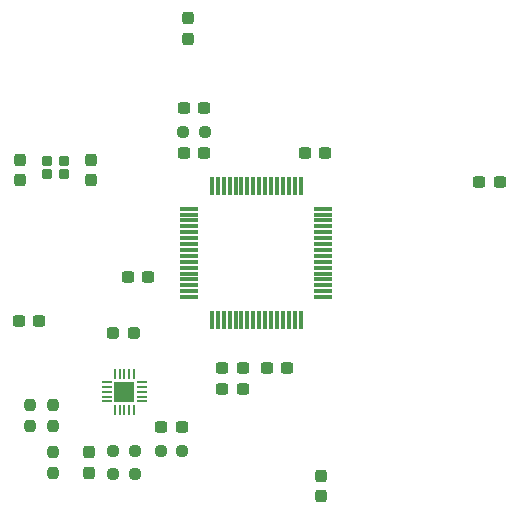
<source format=gbr>
%TF.GenerationSoftware,KiCad,Pcbnew,9.0.3*%
%TF.CreationDate,2025-08-18T23:52:33+02:00*%
%TF.ProjectId,main,6d61696e-2e6b-4696-9361-645f70636258,1.0*%
%TF.SameCoordinates,Original*%
%TF.FileFunction,Paste,Top*%
%TF.FilePolarity,Positive*%
%FSLAX46Y46*%
G04 Gerber Fmt 4.6, Leading zero omitted, Abs format (unit mm)*
G04 Created by KiCad (PCBNEW 9.0.3) date 2025-08-18 23:52:33*
%MOMM*%
%LPD*%
G01*
G04 APERTURE LIST*
G04 Aperture macros list*
%AMRoundRect*
0 Rectangle with rounded corners*
0 $1 Rounding radius*
0 $2 $3 $4 $5 $6 $7 $8 $9 X,Y pos of 4 corners*
0 Add a 4 corners polygon primitive as box body*
4,1,4,$2,$3,$4,$5,$6,$7,$8,$9,$2,$3,0*
0 Add four circle primitives for the rounded corners*
1,1,$1+$1,$2,$3*
1,1,$1+$1,$4,$5*
1,1,$1+$1,$6,$7*
1,1,$1+$1,$8,$9*
0 Add four rect primitives between the rounded corners*
20,1,$1+$1,$2,$3,$4,$5,0*
20,1,$1+$1,$4,$5,$6,$7,0*
20,1,$1+$1,$6,$7,$8,$9,0*
20,1,$1+$1,$8,$9,$2,$3,0*%
G04 Aperture macros list end*
%ADD10RoundRect,0.237500X0.300000X0.237500X-0.300000X0.237500X-0.300000X-0.237500X0.300000X-0.237500X0*%
%ADD11RoundRect,0.237500X0.250000X0.237500X-0.250000X0.237500X-0.250000X-0.237500X0.250000X-0.237500X0*%
%ADD12RoundRect,0.237500X0.237500X-0.300000X0.237500X0.300000X-0.237500X0.300000X-0.237500X-0.300000X0*%
%ADD13RoundRect,0.237500X0.237500X-0.250000X0.237500X0.250000X-0.237500X0.250000X-0.237500X-0.250000X0*%
%ADD14RoundRect,0.237500X-0.237500X0.300000X-0.237500X-0.300000X0.237500X-0.300000X0.237500X0.300000X0*%
%ADD15RoundRect,0.237500X-0.300000X-0.237500X0.300000X-0.237500X0.300000X0.237500X-0.300000X0.237500X0*%
%ADD16RoundRect,0.050000X0.350000X0.050000X-0.350000X0.050000X-0.350000X-0.050000X0.350000X-0.050000X0*%
%ADD17RoundRect,0.050000X0.050000X-0.350000X0.050000X0.350000X-0.050000X0.350000X-0.050000X-0.350000X0*%
%ADD18RoundRect,0.050000X-0.350000X-0.050000X0.350000X-0.050000X0.350000X0.050000X-0.350000X0.050000X0*%
%ADD19R,1.750000X1.750000*%
%ADD20RoundRect,0.075000X-0.700000X-0.075000X0.700000X-0.075000X0.700000X0.075000X-0.700000X0.075000X0*%
%ADD21RoundRect,0.075000X-0.075000X-0.700000X0.075000X-0.700000X0.075000X0.700000X-0.075000X0.700000X0*%
%ADD22RoundRect,0.237500X-0.250000X-0.237500X0.250000X-0.237500X0.250000X0.237500X-0.250000X0.237500X0*%
%ADD23RoundRect,0.237500X-0.287500X-0.237500X0.287500X-0.237500X0.287500X0.237500X-0.287500X0.237500X0*%
%ADD24RoundRect,0.237500X-0.237500X0.250000X-0.237500X-0.250000X0.237500X-0.250000X0.237500X0.250000X0*%
%ADD25RoundRect,0.200000X0.250000X0.200000X-0.250000X0.200000X-0.250000X-0.200000X0.250000X-0.200000X0*%
G04 APERTURE END LIST*
D10*
%TO.C,C10*%
X152612500Y-109750000D03*
X150887500Y-109750000D03*
%TD*%
D11*
%TO.C,R4*%
X143738498Y-116758233D03*
X141913498Y-116758233D03*
%TD*%
D12*
%TO.C,C15*%
X130000000Y-93862500D03*
X130000000Y-92137500D03*
%TD*%
D10*
%TO.C,C11*%
X145612500Y-91500000D03*
X143887500Y-91500000D03*
%TD*%
D13*
%TO.C,R1*%
X132825998Y-118670733D03*
X132825998Y-116845733D03*
%TD*%
D14*
%TO.C,C14*%
X136000000Y-92137500D03*
X136000000Y-93862500D03*
%TD*%
D15*
%TO.C,C1*%
X168887500Y-94000000D03*
X170612500Y-94000000D03*
%TD*%
D16*
%TO.C,U1*%
X137325998Y-110958233D03*
X137325998Y-111358233D03*
X137325998Y-111758233D03*
X137325998Y-112158233D03*
X137325998Y-112558233D03*
D17*
X138025998Y-113258233D03*
X138425998Y-113258233D03*
X138825998Y-113258233D03*
X139225998Y-113258233D03*
X139625998Y-113258233D03*
D18*
X140325998Y-112558233D03*
X140325998Y-112158233D03*
X140325998Y-111758233D03*
X140325998Y-111358233D03*
X140325998Y-110958233D03*
D17*
X139625998Y-110258233D03*
X139225998Y-110258233D03*
X138825998Y-110258233D03*
X138425998Y-110258233D03*
X138025998Y-110258233D03*
D19*
X138825998Y-111758233D03*
%TD*%
D15*
%TO.C,C9*%
X147137500Y-111500000D03*
X148862500Y-111500000D03*
%TD*%
D20*
%TO.C,U2*%
X144325000Y-96250000D03*
X144325000Y-96750000D03*
X144325000Y-97250000D03*
X144325000Y-97750000D03*
X144325000Y-98250000D03*
X144325000Y-98750000D03*
X144325000Y-99250000D03*
X144325000Y-99750000D03*
X144325000Y-100250000D03*
X144325000Y-100750000D03*
X144325000Y-101250000D03*
X144325000Y-101750000D03*
X144325000Y-102250000D03*
X144325000Y-102750000D03*
X144325000Y-103250000D03*
X144325000Y-103750000D03*
D21*
X146250000Y-105675000D03*
X146750000Y-105675000D03*
X147250000Y-105675000D03*
X147750000Y-105675000D03*
X148250000Y-105675000D03*
X148750000Y-105675000D03*
X149250000Y-105675000D03*
X149750000Y-105675000D03*
X150250000Y-105675000D03*
X150750000Y-105675000D03*
X151250000Y-105675000D03*
X151750000Y-105675000D03*
X152250000Y-105675000D03*
X152750000Y-105675000D03*
X153250000Y-105675000D03*
X153750000Y-105675000D03*
D20*
X155675000Y-103750000D03*
X155675000Y-103250000D03*
X155675000Y-102750000D03*
X155675000Y-102250000D03*
X155675000Y-101750000D03*
X155675000Y-101250000D03*
X155675000Y-100750000D03*
X155675000Y-100250000D03*
X155675000Y-99750000D03*
X155675000Y-99250000D03*
X155675000Y-98750000D03*
X155675000Y-98250000D03*
X155675000Y-97750000D03*
X155675000Y-97250000D03*
X155675000Y-96750000D03*
X155675000Y-96250000D03*
D21*
X153750000Y-94325000D03*
X153250000Y-94325000D03*
X152750000Y-94325000D03*
X152250000Y-94325000D03*
X151750000Y-94325000D03*
X151250000Y-94325000D03*
X150750000Y-94325000D03*
X150250000Y-94325000D03*
X149750000Y-94325000D03*
X149250000Y-94325000D03*
X148750000Y-94325000D03*
X148250000Y-94325000D03*
X147750000Y-94325000D03*
X147250000Y-94325000D03*
X146750000Y-94325000D03*
X146250000Y-94325000D03*
%TD*%
D22*
%TO.C,R6*%
X137913498Y-116758233D03*
X139738498Y-116758233D03*
%TD*%
D10*
%TO.C,C3*%
X143688498Y-114758233D03*
X141963498Y-114758233D03*
%TD*%
%TO.C,C4*%
X148862500Y-109750000D03*
X147137500Y-109750000D03*
%TD*%
D11*
%TO.C,R5*%
X139738498Y-118758233D03*
X137913498Y-118758233D03*
%TD*%
D23*
%TO.C,L1*%
X137875000Y-106750000D03*
X139625000Y-106750000D03*
%TD*%
D12*
%TO.C,C6*%
X144250000Y-81862500D03*
X144250000Y-80137500D03*
%TD*%
D24*
%TO.C,R2*%
X132825998Y-112845733D03*
X132825998Y-114670733D03*
%TD*%
D13*
%TO.C,R3*%
X130825998Y-114670733D03*
X130825998Y-112845733D03*
%TD*%
D11*
%TO.C,R7*%
X145662500Y-89750000D03*
X143837500Y-89750000D03*
%TD*%
D15*
%TO.C,C5*%
X129887500Y-105750000D03*
X131612500Y-105750000D03*
%TD*%
%TO.C,C8*%
X143887500Y-87750000D03*
X145612500Y-87750000D03*
%TD*%
D25*
%TO.C,Y1*%
X133700000Y-92200000D03*
X132300000Y-92200000D03*
X132300000Y-93300000D03*
X133700000Y-93300000D03*
%TD*%
D14*
%TO.C,C7*%
X135825998Y-116895733D03*
X135825998Y-118620733D03*
%TD*%
D10*
%TO.C,C12*%
X155862500Y-91500000D03*
X154137500Y-91500000D03*
%TD*%
%TO.C,C13*%
X140862500Y-102000000D03*
X139137500Y-102000000D03*
%TD*%
D14*
%TO.C,C2*%
X155500000Y-118887500D03*
X155500000Y-120612500D03*
%TD*%
M02*

</source>
